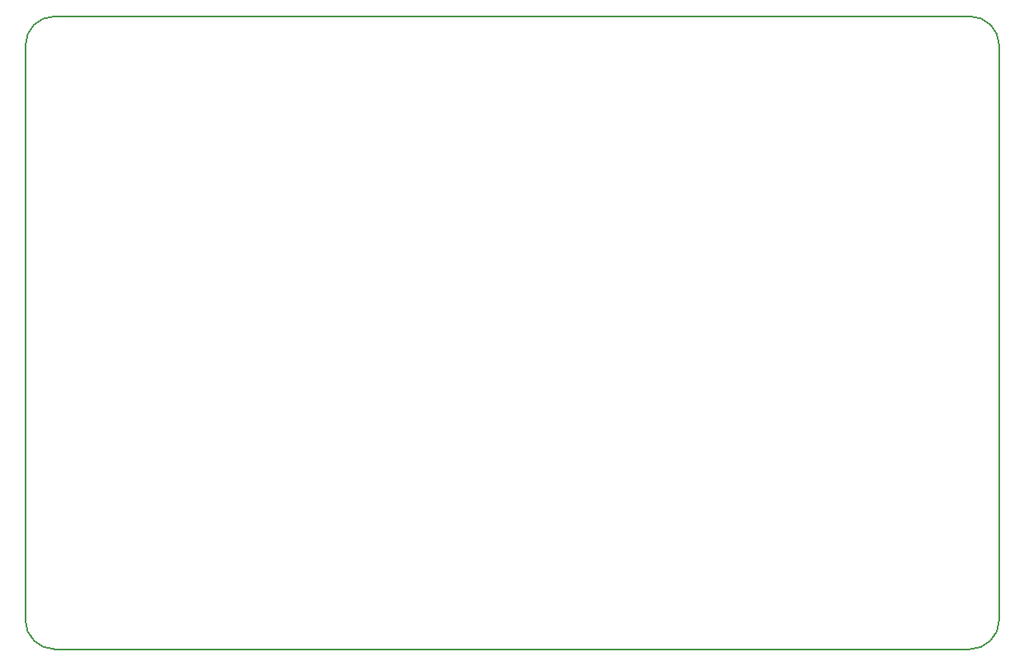
<source format=gbr>
%TF.GenerationSoftware,KiCad,Pcbnew,(6.0.2)*%
%TF.CreationDate,2022-04-24T20:48:30+08:00*%
%TF.ProjectId,wave_generator,77617665-5f67-4656-9e65-7261746f722e,rev?*%
%TF.SameCoordinates,Original*%
%TF.FileFunction,Profile,NP*%
%FSLAX46Y46*%
G04 Gerber Fmt 4.6, Leading zero omitted, Abs format (unit mm)*
G04 Created by KiCad (PCBNEW (6.0.2)) date 2022-04-24 20:48:30*
%MOMM*%
%LPD*%
G01*
G04 APERTURE LIST*
%TA.AperFunction,Profile*%
%ADD10C,0.200000*%
%TD*%
G04 APERTURE END LIST*
D10*
X100000000Y-127000000D02*
G75*
G03*
X103000000Y-130000000I3000001J1D01*
G01*
X103000000Y-65000000D02*
X197000000Y-65000000D01*
X197000000Y-130000000D02*
G75*
G03*
X200000000Y-127000000I-1J3000001D01*
G01*
X103000000Y-130000000D02*
X197000000Y-130000000D01*
X103000000Y-65000000D02*
G75*
G03*
X100000000Y-68000000I1J-3000001D01*
G01*
X200000000Y-68000000D02*
X200000000Y-127000000D01*
X200000000Y-68000000D02*
G75*
G03*
X197000000Y-65000000I-3000001J-1D01*
G01*
X100000000Y-68000000D02*
X100000000Y-127000000D01*
M02*

</source>
